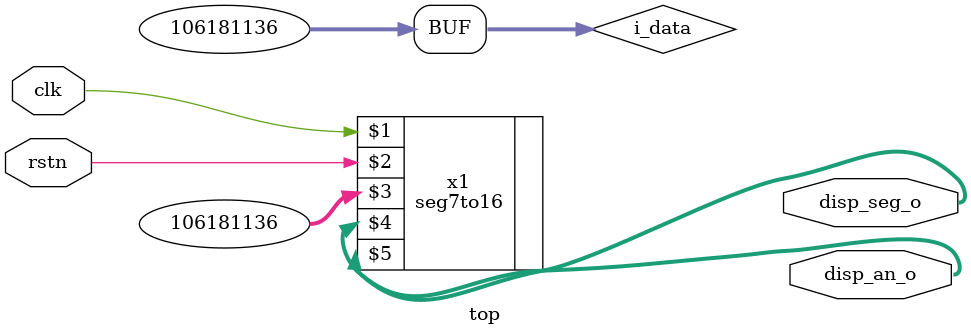
<source format=v>
`timescale 1ns / 1ps


module top(
    input clk,
    input rstn,
    output [7:0] disp_seg_o,
    output [7:0] disp_an_o
    );
    reg [31:0] i_data;
    initial begin
        i_data = 32'b0000_0110_0101_0100_0011_0010_0001_0000;
    end
    seg7to16 x1(clk,rstn,i_data,disp_seg_o,disp_an_o);
    
endmodule

</source>
